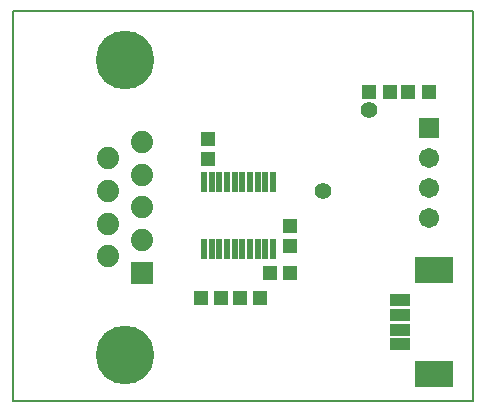
<source format=gts>
%FSAX24Y24*%
%MOIN*%
G70*
G01*
G75*
G04 Layer_Color=8388736*
%ADD10R,0.1181X0.0827*%
%ADD11R,0.0630X0.0315*%
%ADD12R,0.0433X0.0394*%
%ADD13R,0.0394X0.0433*%
%ADD14R,0.0118X0.0630*%
%ADD15C,0.0157*%
%ADD16C,0.0094*%
%ADD17C,0.0080*%
%ADD18C,0.0591*%
%ADD19R,0.0591X0.0591*%
%ADD20C,0.0665*%
%ADD21R,0.0665X0.0665*%
%ADD22C,0.1874*%
%ADD23C,0.0472*%
%ADD24C,0.0079*%
%ADD25C,0.0098*%
%ADD26C,0.0140*%
%ADD27C,0.0100*%
%ADD28C,0.0059*%
%ADD29R,0.1261X0.0907*%
%ADD30R,0.0710X0.0395*%
%ADD31R,0.0513X0.0474*%
%ADD32R,0.0474X0.0513*%
%ADD33R,0.0198X0.0710*%
%ADD34C,0.0671*%
%ADD35R,0.0671X0.0671*%
%ADD36C,0.0745*%
%ADD37R,0.0745X0.0745*%
%ADD38C,0.1954*%
%ADD39C,0.0552*%
D17*
X057126Y085394D02*
Y098386D01*
X072480Y085394D02*
Y098386D01*
X057126D02*
X072480D01*
X057126Y085394D02*
X072480D01*
D29*
X071181Y086280D02*
D03*
Y089764D02*
D03*
D30*
X070039Y087283D02*
D03*
Y087776D02*
D03*
Y088268D02*
D03*
Y088760D02*
D03*
D31*
X070315Y095709D02*
D03*
X070984D02*
D03*
X069685Y095709D02*
D03*
X069016D02*
D03*
X066378Y089646D02*
D03*
X065709D02*
D03*
X065354Y088819D02*
D03*
X064685D02*
D03*
X063386D02*
D03*
X064055D02*
D03*
D32*
X066378Y091220D02*
D03*
Y090551D02*
D03*
X063622Y094134D02*
D03*
Y093465D02*
D03*
D33*
X063494Y090453D02*
D03*
X063750D02*
D03*
X064006D02*
D03*
X064262D02*
D03*
X064518D02*
D03*
X064774D02*
D03*
X065030D02*
D03*
X065285D02*
D03*
X065541D02*
D03*
X065797D02*
D03*
X063494Y092697D02*
D03*
X063750D02*
D03*
X064006D02*
D03*
X064262D02*
D03*
X064518D02*
D03*
X064774D02*
D03*
X065030D02*
D03*
X065285D02*
D03*
X065541D02*
D03*
X065797D02*
D03*
D34*
X070984Y091488D02*
D03*
Y092488D02*
D03*
Y093488D02*
D03*
D35*
Y094488D02*
D03*
D36*
X061425Y094031D02*
D03*
X060307Y093486D02*
D03*
X061425Y092941D02*
D03*
X060307Y092396D02*
D03*
X061425Y091850D02*
D03*
X060307Y091305D02*
D03*
X061425Y090760D02*
D03*
X060307Y090215D02*
D03*
D37*
X061425Y089669D02*
D03*
D38*
X060866Y086931D02*
D03*
Y096770D02*
D03*
D39*
X067480Y092410D02*
D03*
X069016Y095100D02*
D03*
M02*

</source>
